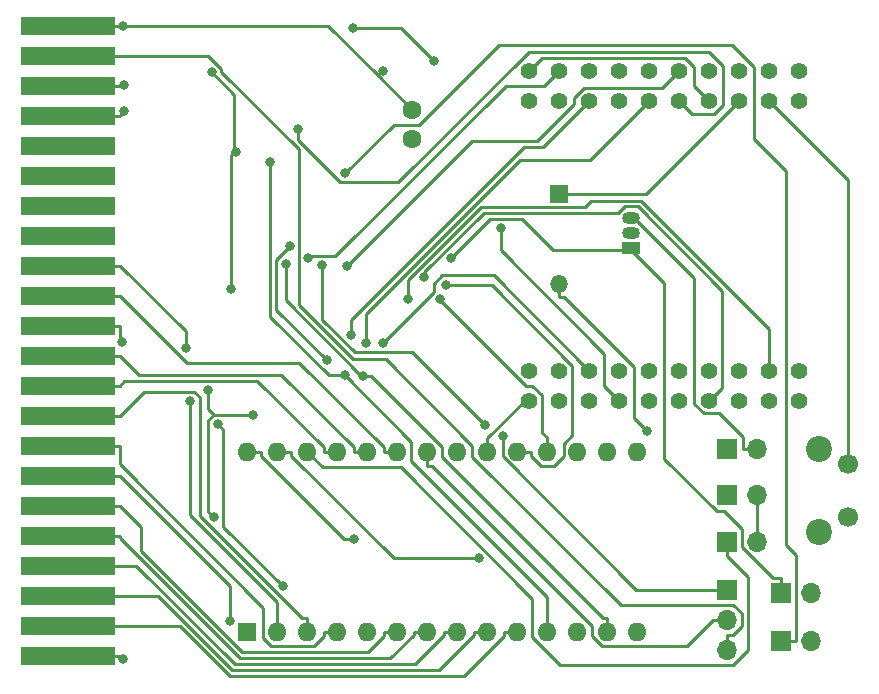
<source format=gbr>
G04 #@! TF.GenerationSoftware,KiCad,Pcbnew,7.0.10-7.0.10~ubuntu20.04.1*
G04 #@! TF.CreationDate,2024-02-18T22:33:17+01:00*
G04 #@! TF.ProjectId,ESP32Hardware,45535033-3248-4617-9264-776172652e6b,rev?*
G04 #@! TF.SameCoordinates,Original*
G04 #@! TF.FileFunction,Copper,L2,Bot*
G04 #@! TF.FilePolarity,Positive*
%FSLAX46Y46*%
G04 Gerber Fmt 4.6, Leading zero omitted, Abs format (unit mm)*
G04 Created by KiCad (PCBNEW 7.0.10-7.0.10~ubuntu20.04.1) date 2024-02-18 22:33:17*
%MOMM*%
%LPD*%
G01*
G04 APERTURE LIST*
G04 #@! TA.AperFunction,ComponentPad*
%ADD10R,1.500000X1.050000*%
G04 #@! TD*
G04 #@! TA.AperFunction,ComponentPad*
%ADD11O,1.500000X1.050000*%
G04 #@! TD*
G04 #@! TA.AperFunction,SMDPad,CuDef*
%ADD12R,8.000000X1.524000*%
G04 #@! TD*
G04 #@! TA.AperFunction,ComponentPad*
%ADD13C,2.200000*%
G04 #@! TD*
G04 #@! TA.AperFunction,ComponentPad*
%ADD14C,1.700000*%
G04 #@! TD*
G04 #@! TA.AperFunction,ComponentPad*
%ADD15R,1.600000X1.600000*%
G04 #@! TD*
G04 #@! TA.AperFunction,ComponentPad*
%ADD16O,1.600000X1.600000*%
G04 #@! TD*
G04 #@! TA.AperFunction,ComponentPad*
%ADD17R,1.500000X1.500000*%
G04 #@! TD*
G04 #@! TA.AperFunction,ComponentPad*
%ADD18O,1.500000X1.500000*%
G04 #@! TD*
G04 #@! TA.AperFunction,ComponentPad*
%ADD19R,1.700000X1.700000*%
G04 #@! TD*
G04 #@! TA.AperFunction,ComponentPad*
%ADD20O,1.700000X1.700000*%
G04 #@! TD*
G04 #@! TA.AperFunction,ComponentPad*
%ADD21C,1.600000*%
G04 #@! TD*
G04 #@! TA.AperFunction,ComponentPad*
%ADD22C,1.400000*%
G04 #@! TD*
G04 #@! TA.AperFunction,ViaPad*
%ADD23C,0.800000*%
G04 #@! TD*
G04 #@! TA.AperFunction,Conductor*
%ADD24C,0.250000*%
G04 #@! TD*
G04 APERTURE END LIST*
D10*
X147574000Y-95504000D03*
D11*
X147574000Y-94234000D03*
X147574000Y-92964000D03*
D12*
X99892274Y-76720000D03*
X99892274Y-79260000D03*
X99892274Y-81800000D03*
X99892274Y-84340000D03*
X99892274Y-86880000D03*
X99892274Y-89420000D03*
X99892274Y-91960000D03*
X99892274Y-94500000D03*
X99892274Y-97040000D03*
X99892274Y-99580000D03*
X99892274Y-102120000D03*
X99892274Y-104660000D03*
X99892274Y-107200000D03*
X99892274Y-109740000D03*
X99892274Y-112280000D03*
X99892274Y-114820000D03*
X99892274Y-117360000D03*
X99892274Y-119900000D03*
X99892274Y-122440000D03*
X99892274Y-124980000D03*
X99892274Y-127520000D03*
X99892274Y-130060000D03*
D13*
X163455000Y-112578000D03*
X163455000Y-119578000D03*
D14*
X165955000Y-113828000D03*
X165955000Y-118328000D03*
D15*
X115072000Y-128021000D03*
D16*
X117612000Y-128021000D03*
X120152000Y-128021000D03*
X122692000Y-128021000D03*
X125232000Y-128021000D03*
X127772000Y-128021000D03*
X130312000Y-128021000D03*
X132852000Y-128021000D03*
X135392000Y-128021000D03*
X137932000Y-128021000D03*
X140472000Y-128021000D03*
X143012000Y-128021000D03*
X145552000Y-128021000D03*
X148092000Y-128021000D03*
X148092000Y-112781000D03*
X145552000Y-112781000D03*
X143012000Y-112781000D03*
X140472000Y-112781000D03*
X137932000Y-112781000D03*
X135392000Y-112781000D03*
X132852000Y-112781000D03*
X130312000Y-112781000D03*
X127772000Y-112781000D03*
X125232000Y-112781000D03*
X122692000Y-112781000D03*
X120152000Y-112781000D03*
X117612000Y-112781000D03*
X115072000Y-112781000D03*
D17*
X141478000Y-90927000D03*
D18*
X141478000Y-98547000D03*
D19*
X155702000Y-116459000D03*
D20*
X158242000Y-116459000D03*
D21*
X129032000Y-86340000D03*
X129032000Y-83840000D03*
D22*
X161798000Y-80518000D03*
X161798000Y-83058000D03*
X159258000Y-80518000D03*
X159258000Y-83058000D03*
X156718000Y-80518000D03*
X156718000Y-83058000D03*
X154178000Y-80518000D03*
X154178000Y-83058000D03*
X151638000Y-80518000D03*
X151638000Y-83058000D03*
X149098000Y-80518000D03*
X149098000Y-83058000D03*
X146558000Y-80518000D03*
X146558000Y-83058000D03*
X144018000Y-80518000D03*
X144018000Y-83058000D03*
X141478000Y-80518000D03*
X141478000Y-83058000D03*
X138938000Y-80518000D03*
X138938000Y-83058000D03*
X161798000Y-105918000D03*
X161798000Y-108458000D03*
X159258000Y-105918000D03*
X159258000Y-108458000D03*
X156718000Y-105918000D03*
X156718000Y-108458000D03*
X154178000Y-105918000D03*
X154178000Y-108458000D03*
X151638000Y-105918000D03*
X151638000Y-108458000D03*
X149098000Y-105918000D03*
X149098000Y-108458000D03*
X146558000Y-105918000D03*
X146558000Y-108458000D03*
X144018000Y-105918000D03*
X144018000Y-108458000D03*
X141478000Y-105918000D03*
X141478000Y-108458000D03*
X138938000Y-105918000D03*
X138938000Y-108458000D03*
D19*
X155702000Y-120396000D03*
D20*
X158242000Y-120396000D03*
D19*
X155702000Y-124460000D03*
D20*
X155702000Y-127000000D03*
X155702000Y-129540000D03*
D19*
X160274000Y-128778000D03*
D20*
X162814000Y-128778000D03*
D19*
X155697000Y-112522000D03*
D20*
X158237000Y-112522000D03*
D19*
X160269000Y-124714000D03*
D20*
X162809000Y-124714000D03*
D23*
X136526300Y-93874700D03*
X104576100Y-83949800D03*
X104581300Y-81705200D03*
X134649100Y-121771600D03*
X132316100Y-96415200D03*
X123339100Y-89188000D03*
X136668800Y-111473700D03*
X110239700Y-108488700D03*
X109824900Y-104034600D03*
X104462400Y-103525400D03*
X113605400Y-127079800D03*
X130055500Y-98025200D03*
X119356100Y-85459200D03*
X120203700Y-96382900D03*
X128651200Y-99871100D03*
X126557000Y-103594500D03*
X123526300Y-97043500D03*
X125073600Y-103578100D03*
X123809800Y-102941900D03*
X131904000Y-98649100D03*
X131407200Y-99880100D03*
X135158300Y-110529800D03*
X121389900Y-97014300D03*
X118652900Y-95404700D03*
X121771500Y-105056900D03*
X112250000Y-118340400D03*
X115528800Y-109714500D03*
X111723000Y-107597000D03*
X124881700Y-106351100D03*
X118296700Y-96928500D03*
X112545500Y-110461600D03*
X118056400Y-124153500D03*
X123306900Y-106332600D03*
X116985700Y-88241200D03*
X124096800Y-120182000D03*
X148929300Y-111006700D03*
X114109000Y-87430600D03*
X113709200Y-99052100D03*
X112056400Y-80665700D03*
X130884700Y-79731200D03*
X124034700Y-76944500D03*
X104543100Y-130335500D03*
X104558900Y-76720000D03*
X126509900Y-80518000D03*
D24*
X136526300Y-95742800D02*
X136526300Y-93874700D01*
X145288000Y-104504500D02*
X136526300Y-95742800D01*
X145288000Y-107188000D02*
X145288000Y-104504500D01*
X146558000Y-108458000D02*
X145288000Y-107188000D01*
X104267600Y-84258300D02*
X104267600Y-84340000D01*
X104576100Y-83949800D02*
X104267600Y-84258300D01*
X99892300Y-84340000D02*
X104267600Y-84340000D01*
X99892300Y-81800000D02*
X104267600Y-81800000D01*
X104362400Y-81705200D02*
X104581300Y-81705200D01*
X104267600Y-81800000D02*
X104362400Y-81705200D01*
X155702000Y-129540000D02*
X155702000Y-128314700D01*
X99892300Y-79260000D02*
X104267600Y-79260000D01*
X156161500Y-128314700D02*
X155702000Y-128314700D01*
X156934200Y-127542000D02*
X156161500Y-128314700D01*
X156934200Y-126476600D02*
X156934200Y-127542000D01*
X156194000Y-125736400D02*
X156934200Y-126476600D01*
X146665400Y-125736400D02*
X156194000Y-125736400D01*
X134122000Y-113193000D02*
X146665400Y-125736400D01*
X134122000Y-112315200D02*
X134122000Y-113193000D01*
X126766100Y-104959300D02*
X134122000Y-112315200D01*
X124023200Y-104959300D02*
X126766100Y-104959300D01*
X119428400Y-100364500D02*
X124023200Y-104959300D01*
X119428400Y-87198800D02*
X119428400Y-100364500D01*
X112831700Y-80602100D02*
X119428400Y-87198800D01*
X112831700Y-80344500D02*
X112831700Y-80602100D01*
X111747200Y-79260000D02*
X112831700Y-80344500D01*
X104267600Y-79260000D02*
X111747200Y-79260000D01*
X155702000Y-127000000D02*
X154476700Y-127000000D01*
X130312000Y-112781000D02*
X130312000Y-113956300D01*
X130663700Y-113956300D02*
X130312000Y-113956300D01*
X144282000Y-127574600D02*
X130663700Y-113956300D01*
X144282000Y-128418700D02*
X144282000Y-127574600D01*
X145072500Y-129209200D02*
X144282000Y-128418700D01*
X152267500Y-129209200D02*
X145072500Y-129209200D01*
X154476700Y-127000000D02*
X152267500Y-129209200D01*
X117612000Y-112781000D02*
X118787300Y-112781000D01*
X127442200Y-121771600D02*
X134649100Y-121771600D01*
X118787300Y-113116700D02*
X127442200Y-121771600D01*
X118787300Y-112781000D02*
X118787300Y-113116700D01*
X121434400Y-114063400D02*
X120152000Y-112781000D01*
X128037700Y-114063400D02*
X121434400Y-114063400D01*
X139202000Y-125227700D02*
X128037700Y-114063400D01*
X139202000Y-128458100D02*
X139202000Y-125227700D01*
X141564400Y-130820500D02*
X139202000Y-128458100D01*
X156166000Y-130820500D02*
X141564400Y-130820500D01*
X157435900Y-129550600D02*
X156166000Y-130820500D01*
X157435900Y-123355200D02*
X157435900Y-129550600D01*
X155702000Y-121621300D02*
X157435900Y-123355200D01*
X155702000Y-120396000D02*
X155702000Y-121621300D01*
X147574000Y-95504000D02*
X147574000Y-95729000D01*
X150368000Y-98523000D02*
X147574000Y-95729000D01*
X150368000Y-113378000D02*
X150368000Y-98523000D01*
X154822300Y-117832300D02*
X150368000Y-113378000D01*
X155406900Y-117832300D02*
X154822300Y-117832300D01*
X156927400Y-119352800D02*
X155406900Y-117832300D01*
X156927400Y-120836300D02*
X156927400Y-119352800D01*
X159579800Y-123488700D02*
X156927400Y-120836300D01*
X160269000Y-123488700D02*
X159579800Y-123488700D01*
X160269000Y-124714000D02*
X160269000Y-123488700D01*
X135639100Y-93092200D02*
X132316100Y-96415200D01*
X138296500Y-93092200D02*
X135639100Y-93092200D01*
X140933300Y-95729000D02*
X138296500Y-93092200D01*
X147574000Y-95729000D02*
X140933300Y-95729000D01*
X160274000Y-128778000D02*
X161499300Y-128778000D01*
X161499300Y-121519400D02*
X161499300Y-128778000D01*
X160676100Y-120696200D02*
X161499300Y-121519400D01*
X160676100Y-89018000D02*
X160676100Y-120696200D01*
X157988000Y-86329900D02*
X160676100Y-89018000D01*
X157988000Y-80228200D02*
X157988000Y-86329900D01*
X156136900Y-78377100D02*
X157988000Y-80228200D01*
X136345100Y-78377100D02*
X156136900Y-78377100D01*
X129632200Y-85090000D02*
X136345100Y-78377100D01*
X127437100Y-85090000D02*
X129632200Y-85090000D01*
X123339100Y-89188000D02*
X127437100Y-85090000D01*
X136668800Y-113185200D02*
X136668800Y-111473700D01*
X147943600Y-124460000D02*
X136668800Y-113185200D01*
X155702000Y-124460000D02*
X147943600Y-124460000D01*
X99892300Y-97040000D02*
X104267600Y-97040000D01*
X109824900Y-102597300D02*
X109824900Y-104034600D01*
X104267600Y-97040000D02*
X109824900Y-102597300D01*
X110239700Y-118140700D02*
X110239700Y-108488700D01*
X117612000Y-125513000D02*
X110239700Y-118140700D01*
X117612000Y-128021000D02*
X117612000Y-125513000D01*
X127772000Y-112781000D02*
X126596700Y-112781000D01*
X99892300Y-99580000D02*
X104267600Y-99580000D01*
X109947200Y-105259600D02*
X104267600Y-99580000D01*
X119442600Y-105259600D02*
X109947200Y-105259600D01*
X126596700Y-112413700D02*
X119442600Y-105259600D01*
X126596700Y-112781000D02*
X126596700Y-112413700D01*
X99892300Y-102120000D02*
X104267600Y-102120000D01*
X104267600Y-103330600D02*
X104462400Y-103525400D01*
X104267600Y-102120000D02*
X104267600Y-103330600D01*
X106062100Y-119154500D02*
X104267600Y-117360000D01*
X106062100Y-121207800D02*
X106062100Y-119154500D01*
X114574300Y-129720000D02*
X106062100Y-121207800D01*
X125265000Y-129720000D02*
X114574300Y-129720000D01*
X126596700Y-128388300D02*
X125265000Y-129720000D01*
X126596700Y-128021000D02*
X126596700Y-128388300D01*
X127772000Y-128021000D02*
X126596700Y-128021000D01*
X99892300Y-117360000D02*
X104267600Y-117360000D01*
X130312000Y-128021000D02*
X129136700Y-128021000D01*
X129136700Y-128318600D02*
X129136700Y-128021000D01*
X127180100Y-130275200D02*
X129136700Y-128318600D01*
X114418800Y-130275200D02*
X127180100Y-130275200D01*
X104267600Y-120124000D02*
X114418800Y-130275200D01*
X104267600Y-119900000D02*
X104267600Y-120124000D01*
X99892300Y-119900000D02*
X104267600Y-119900000D01*
X132852000Y-128021000D02*
X131676700Y-128021000D01*
X131676700Y-128318600D02*
X131676700Y-128021000D01*
X129219800Y-130775500D02*
X131676700Y-128318600D01*
X113987400Y-130775500D02*
X129219800Y-130775500D01*
X105651900Y-122440000D02*
X113987400Y-130775500D01*
X99892300Y-122440000D02*
X105651900Y-122440000D01*
X135392000Y-128021000D02*
X134216700Y-128021000D01*
X134216700Y-128318600D02*
X134216700Y-128021000D01*
X131259500Y-131275800D02*
X134216700Y-128318600D01*
X113780100Y-131275800D02*
X131259500Y-131275800D01*
X107484300Y-124980000D02*
X113780100Y-131275800D01*
X99892300Y-124980000D02*
X107484300Y-124980000D01*
X137932000Y-128021000D02*
X136756700Y-128021000D01*
X136756700Y-128386300D02*
X136756700Y-128021000D01*
X133366900Y-131776100D02*
X136756700Y-128386300D01*
X113572800Y-131776100D02*
X133366900Y-131776100D01*
X109316700Y-127520000D02*
X113572800Y-131776100D01*
X99892300Y-127520000D02*
X109316700Y-127520000D01*
X99892300Y-109740000D02*
X104267600Y-109740000D01*
X120152000Y-128021000D02*
X120152000Y-126845700D01*
X119652200Y-126845700D02*
X120152000Y-126845700D01*
X111015000Y-118208500D02*
X119652200Y-126845700D01*
X111015000Y-108167500D02*
X111015000Y-118208500D01*
X110560900Y-107713400D02*
X111015000Y-108167500D01*
X106294200Y-107713400D02*
X110560900Y-107713400D01*
X104267600Y-109740000D02*
X106294200Y-107713400D01*
X104267600Y-113830500D02*
X104267600Y-112280000D01*
X116416700Y-125979600D02*
X104267600Y-113830500D01*
X116416700Y-128547300D02*
X116416700Y-125979600D01*
X117089000Y-129219600D02*
X116416700Y-128547300D01*
X120685400Y-129219600D02*
X117089000Y-129219600D01*
X121516700Y-128388300D02*
X120685400Y-129219600D01*
X121516700Y-128021000D02*
X121516700Y-128388300D01*
X122692000Y-128021000D02*
X121516700Y-128021000D01*
X99892300Y-112280000D02*
X104267600Y-112280000D01*
X99892300Y-114820000D02*
X104267600Y-114820000D01*
X113605400Y-124157800D02*
X113605400Y-127079800D01*
X104267600Y-114820000D02*
X113605400Y-124157800D01*
X104650600Y-106817000D02*
X104267600Y-107200000D01*
X115920000Y-106817000D02*
X104650600Y-106817000D01*
X121516700Y-112413700D02*
X115920000Y-106817000D01*
X121516700Y-112781000D02*
X121516700Y-112413700D01*
X122692000Y-112781000D02*
X121516700Y-112781000D01*
X99892300Y-107200000D02*
X104267600Y-107200000D01*
X125232000Y-112781000D02*
X124056700Y-112781000D01*
X99892300Y-104660000D02*
X104267600Y-104660000D01*
X105867700Y-106260100D02*
X104267600Y-104660000D01*
X117903100Y-106260100D02*
X105867700Y-106260100D01*
X124056700Y-112413700D02*
X117903100Y-106260100D01*
X124056700Y-112781000D02*
X124056700Y-112413700D01*
X130055500Y-97571100D02*
X130055500Y-98025200D01*
X135065000Y-92561600D02*
X130055500Y-97571100D01*
X146478000Y-92561600D02*
X135065000Y-92561600D01*
X147018100Y-92021500D02*
X146478000Y-92561600D01*
X148148800Y-92021500D02*
X147018100Y-92021500D01*
X155266000Y-99138700D02*
X148148800Y-92021500D01*
X155266000Y-107370000D02*
X155266000Y-99138700D01*
X154178000Y-108458000D02*
X155266000Y-107370000D01*
X152735300Y-84155300D02*
X151638000Y-83058000D01*
X154601600Y-84155300D02*
X152735300Y-84155300D01*
X155307500Y-83449400D02*
X154601600Y-84155300D01*
X155307500Y-80096100D02*
X155307500Y-83449400D01*
X154127300Y-78915900D02*
X155307500Y-80096100D01*
X138885600Y-78915900D02*
X154127300Y-78915900D01*
X127834700Y-89966800D02*
X138885600Y-78915900D01*
X122947000Y-89966800D02*
X127834700Y-89966800D01*
X119356100Y-86375900D02*
X122947000Y-89966800D01*
X119356100Y-85459200D02*
X119356100Y-86375900D01*
X120347600Y-96239000D02*
X120203700Y-96382900D01*
X122519800Y-96239000D02*
X120347600Y-96239000D01*
X136970800Y-81788000D02*
X122519800Y-96239000D01*
X140208000Y-81788000D02*
X136970800Y-81788000D01*
X141478000Y-80518000D02*
X140208000Y-81788000D01*
X128651200Y-98267700D02*
X128651200Y-99871100D01*
X134857700Y-92061200D02*
X128651200Y-98267700D01*
X143628800Y-92061200D02*
X134857700Y-92061200D01*
X144168900Y-91521100D02*
X143628800Y-92061200D01*
X148375200Y-91521100D02*
X144168900Y-91521100D01*
X159258000Y-102403900D02*
X148375200Y-91521100D01*
X159258000Y-105918000D02*
X159258000Y-102403900D01*
X130872500Y-99279000D02*
X126557000Y-103594500D01*
X130872500Y-98565800D02*
X130872500Y-99279000D01*
X131580200Y-97858100D02*
X130872500Y-98565800D01*
X135958100Y-97858100D02*
X131580200Y-97858100D01*
X144018000Y-105918000D02*
X135958100Y-97858100D01*
X134066500Y-86503300D02*
X123526300Y-97043500D01*
X134066500Y-86503200D02*
X134066500Y-86503300D01*
X139602700Y-86503200D02*
X134066500Y-86503200D01*
X142748000Y-83357900D02*
X139602700Y-86503200D01*
X142748000Y-82798700D02*
X142748000Y-83357900D01*
X143564100Y-81982600D02*
X142748000Y-82798700D01*
X150173400Y-81982600D02*
X143564100Y-81982600D01*
X151638000Y-80518000D02*
X150173400Y-81982600D01*
X148849000Y-90927000D02*
X156718000Y-83058000D01*
X142603300Y-90927000D02*
X148849000Y-90927000D01*
X141478000Y-90927000D02*
X142603300Y-90927000D01*
X125073600Y-101137800D02*
X125073600Y-103578100D01*
X138126500Y-88084900D02*
X125073600Y-101137800D01*
X144071200Y-88084900D02*
X138126500Y-88084900D01*
X144071200Y-88084800D02*
X144071200Y-88084900D01*
X149098000Y-83058000D02*
X144071200Y-88084800D01*
X123809800Y-101649900D02*
X123809800Y-102941900D01*
X138456100Y-87003600D02*
X123809800Y-101649900D01*
X140072400Y-87003600D02*
X138456100Y-87003600D01*
X144018000Y-83058000D02*
X140072400Y-87003600D01*
X137932000Y-112781000D02*
X139107300Y-112781000D01*
X139107300Y-113146300D02*
X139107300Y-112781000D01*
X139917400Y-113956400D02*
X139107300Y-113146300D01*
X141001700Y-113956400D02*
X139917400Y-113956400D01*
X141836600Y-113121500D02*
X141001700Y-113956400D01*
X141836600Y-112106200D02*
X141836600Y-113121500D01*
X142577100Y-111365700D02*
X141836600Y-112106200D01*
X142577100Y-105490700D02*
X142577100Y-111365700D01*
X135735500Y-98649100D02*
X142577100Y-105490700D01*
X131904000Y-98649100D02*
X135735500Y-98649100D01*
X140472000Y-112781000D02*
X140472000Y-111605700D01*
X131407200Y-99917800D02*
X131407200Y-99880100D01*
X138677400Y-107188000D02*
X131407200Y-99917800D01*
X139197400Y-107188000D02*
X138677400Y-107188000D01*
X140013400Y-108004000D02*
X139197400Y-107188000D01*
X140013400Y-111147100D02*
X140013400Y-108004000D01*
X140472000Y-111605700D02*
X140013400Y-111147100D01*
X129005700Y-104377200D02*
X135158300Y-110529800D01*
X124148700Y-104377200D02*
X129005700Y-104377200D01*
X121389900Y-101618400D02*
X124148700Y-104377200D01*
X121389900Y-97014300D02*
X121389900Y-101618400D01*
X117521400Y-96536200D02*
X118652900Y-95404700D01*
X117521400Y-100806800D02*
X117521400Y-96536200D01*
X121771500Y-105056900D02*
X117521400Y-100806800D01*
X111723000Y-109184900D02*
X111723000Y-107597000D01*
X112224400Y-109686300D02*
X111723000Y-109184900D01*
X115500600Y-109686300D02*
X112224400Y-109686300D01*
X115528800Y-109714500D02*
X115500600Y-109686300D01*
X111770200Y-117860600D02*
X112250000Y-118340400D01*
X111770200Y-110140500D02*
X111770200Y-117860600D01*
X112224400Y-109686300D02*
X111770200Y-110140500D01*
X145552000Y-128021000D02*
X145552000Y-126845700D01*
X125544800Y-106351100D02*
X124881700Y-106351100D01*
X131582000Y-112388300D02*
X125544800Y-106351100D01*
X131582000Y-113243000D02*
X131582000Y-112388300D01*
X145184700Y-126845700D02*
X131582000Y-113243000D01*
X145552000Y-126845700D02*
X145184700Y-126845700D01*
X124707400Y-106351100D02*
X124881700Y-106351100D01*
X118296700Y-99940400D02*
X124707400Y-106351100D01*
X118296700Y-96928500D02*
X118296700Y-99940400D01*
X113041300Y-110957400D02*
X112545500Y-110461600D01*
X113041300Y-119138400D02*
X113041300Y-110957400D01*
X118056400Y-124153500D02*
X113041300Y-119138400D01*
X121950600Y-106332600D02*
X123306900Y-106332600D01*
X116985700Y-101367700D02*
X121950600Y-106332600D01*
X116985700Y-88241200D02*
X116985700Y-101367700D01*
X140472000Y-125083100D02*
X140472000Y-128021000D01*
X128950500Y-113561600D02*
X140472000Y-125083100D01*
X128950500Y-111976200D02*
X128950500Y-113561600D01*
X123306900Y-106332600D02*
X128950500Y-111976200D01*
X165955000Y-89755000D02*
X165955000Y-113828000D01*
X159258000Y-83058000D02*
X165955000Y-89755000D01*
X123281000Y-120182000D02*
X124096800Y-120182000D01*
X116247300Y-113148300D02*
X123281000Y-120182000D01*
X116247300Y-112781000D02*
X116247300Y-113148300D01*
X115072000Y-112781000D02*
X116247300Y-112781000D01*
X147828000Y-109905400D02*
X148929300Y-111006700D01*
X147828000Y-105600300D02*
X147828000Y-109905400D01*
X141900000Y-99672300D02*
X147828000Y-105600300D01*
X141478000Y-99672300D02*
X141900000Y-99672300D01*
X141478000Y-98547000D02*
X141478000Y-99672300D01*
X114109000Y-87430600D02*
X113966300Y-87430600D01*
X113709200Y-87687700D02*
X113966300Y-87430600D01*
X113709200Y-99052100D02*
X113709200Y-87687700D01*
X113966300Y-82575600D02*
X112056400Y-80665700D01*
X113966300Y-87430600D02*
X113966300Y-82575600D01*
X128098000Y-76944500D02*
X130884700Y-79731200D01*
X124034700Y-76944500D02*
X128098000Y-76944500D01*
X158242000Y-120396000D02*
X158242000Y-116459000D01*
X104267600Y-130060000D02*
X104543100Y-130335500D01*
X99892300Y-130060000D02*
X104267600Y-130060000D01*
X135392000Y-112781000D02*
X135392000Y-111605700D01*
X99892300Y-76720000D02*
X104267600Y-76720000D01*
X138539700Y-108458000D02*
X135392000Y-111605700D01*
X138938000Y-108458000D02*
X138539700Y-108458000D01*
X157011700Y-111565800D02*
X157011700Y-112522000D01*
X154979300Y-109533400D02*
X157011700Y-111565800D01*
X153731400Y-109533400D02*
X154979300Y-109533400D01*
X152908000Y-108710000D02*
X153731400Y-109533400D01*
X152908000Y-98069600D02*
X152908000Y-108710000D01*
X147802400Y-92964000D02*
X152908000Y-98069600D01*
X147574000Y-92964000D02*
X147802400Y-92964000D01*
X158237000Y-112522000D02*
X157011700Y-112522000D01*
X152908000Y-81788000D02*
X154178000Y-83058000D01*
X152908000Y-80248800D02*
X152908000Y-81788000D01*
X152079800Y-79420600D02*
X152908000Y-80248800D01*
X140035400Y-79420600D02*
X152079800Y-79420600D01*
X138938000Y-80518000D02*
X140035400Y-79420600D01*
X104267600Y-76720000D02*
X104558900Y-76720000D01*
X126110000Y-80917900D02*
X126509900Y-80518000D01*
X129032000Y-83840000D02*
X126110000Y-80917900D01*
X121912000Y-76720000D02*
X104558900Y-76720000D01*
X126110000Y-80917900D02*
X121912000Y-76720000D01*
M02*

</source>
